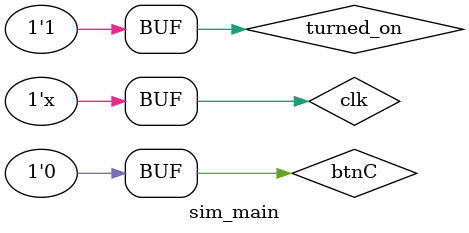
<source format=v>
`timescale 1ns / 1ps


module sim_main();

    reg clk = 1'b0;
    reg turned_on = 1'b1;
    reg btnC = 1'b0;
    
    wire [0:6] seg;
    wire [3:0] an;
    wire dp;

    main dut (.clk(clk),.turned_on(turned_on),.btnC(btnC),.seg(seg),.an(an),.dp(dp));
    
    always begin
        #5 clk = ~clk;
    end
    
    initial begin
        #5000 btnC = 1'b1;
        #10 btnC = 1'b0;
    end

endmodule

</source>
